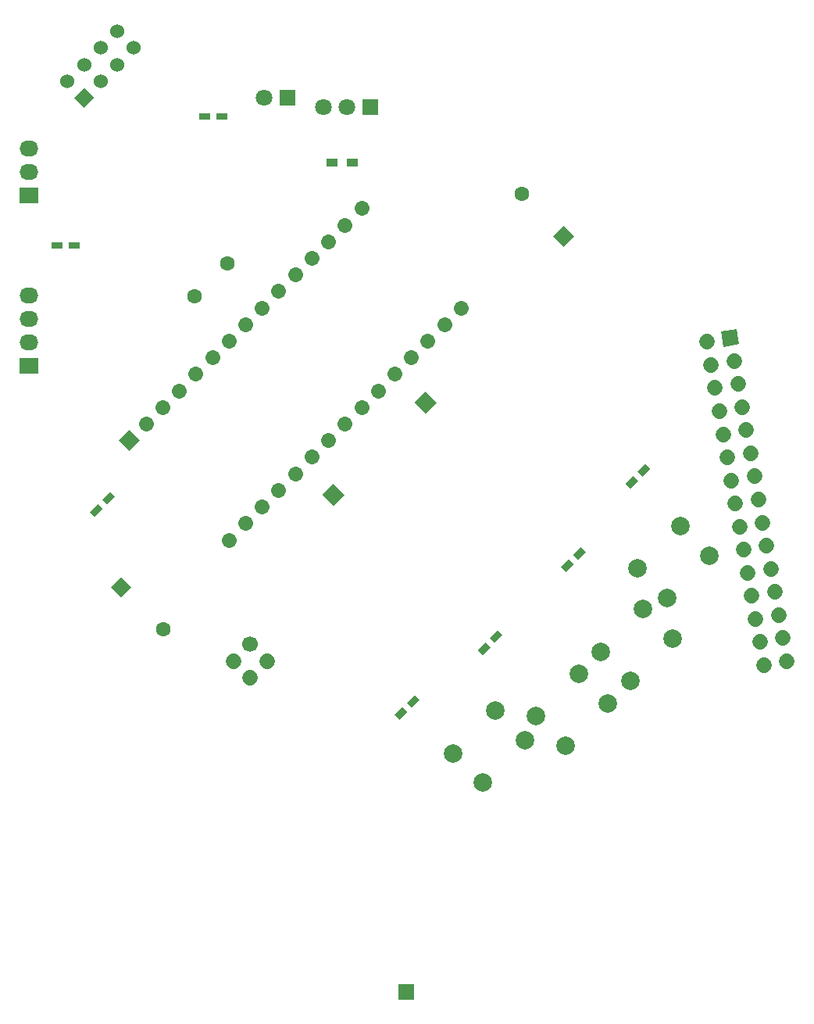
<source format=gbl>
G04 #@! TF.FileFunction,Copper,L2,Bot,Signal*
%FSLAX46Y46*%
G04 Gerber Fmt 4.6, Leading zero omitted, Abs format (unit mm)*
G04 Created by KiCad (PCBNEW 4.0.7) date 06/12/18 02:01:21*
%MOMM*%
%LPD*%
G01*
G04 APERTURE LIST*
%ADD10C,0.100000*%
%ADD11C,1.600000*%
%ADD12R,1.200000X0.750000*%
%ADD13R,1.800000X1.800000*%
%ADD14C,1.800000*%
%ADD15C,1.700000*%
%ADD16R,1.200000X0.900000*%
%ADD17R,2.032000X1.727200*%
%ADD18O,2.032000X1.727200*%
%ADD19C,2.000000*%
%ADD20C,1.524000*%
%ADD21C,1.700000*%
%ADD22R,1.700000X1.700000*%
%ADD23C,1.600000*%
G04 APERTURE END LIST*
D10*
G36*
X64131371Y-28000000D02*
X63000000Y-29131371D01*
X61868629Y-28000000D01*
X63000000Y-26868629D01*
X64131371Y-28000000D01*
X64131371Y-28000000D01*
G37*
D11*
X58403806Y-23403806D03*
D10*
G36*
X13868629Y-66000000D02*
X15000000Y-64868629D01*
X16131371Y-66000000D01*
X15000000Y-67131371D01*
X13868629Y-66000000D01*
X13868629Y-66000000D01*
G37*
D11*
X19596194Y-70596194D03*
D12*
X24050000Y-15000000D03*
X25950000Y-15000000D03*
D10*
G36*
X12169150Y-58361180D02*
X11638820Y-57830850D01*
X12487348Y-56982322D01*
X13017678Y-57512652D01*
X12169150Y-58361180D01*
X12169150Y-58361180D01*
G37*
G36*
X13512652Y-57017678D02*
X12982322Y-56487348D01*
X13830850Y-55638820D01*
X14361180Y-56169150D01*
X13512652Y-57017678D01*
X13512652Y-57017678D01*
G37*
D12*
X8050000Y-29000000D03*
X9950000Y-29000000D03*
D10*
G36*
X45169150Y-80361180D02*
X44638820Y-79830850D01*
X45487348Y-78982322D01*
X46017678Y-79512652D01*
X45169150Y-80361180D01*
X45169150Y-80361180D01*
G37*
G36*
X46512652Y-79017678D02*
X45982322Y-78487348D01*
X46830850Y-77638820D01*
X47361180Y-78169150D01*
X46512652Y-79017678D01*
X46512652Y-79017678D01*
G37*
G36*
X54169150Y-73361180D02*
X53638820Y-72830850D01*
X54487348Y-71982322D01*
X55017678Y-72512652D01*
X54169150Y-73361180D01*
X54169150Y-73361180D01*
G37*
G36*
X55512652Y-72017678D02*
X54982322Y-71487348D01*
X55830850Y-70638820D01*
X56361180Y-71169150D01*
X55512652Y-72017678D01*
X55512652Y-72017678D01*
G37*
G36*
X63169150Y-64361180D02*
X62638820Y-63830850D01*
X63487348Y-62982322D01*
X64017678Y-63512652D01*
X63169150Y-64361180D01*
X63169150Y-64361180D01*
G37*
G36*
X64512652Y-63017678D02*
X63982322Y-62487348D01*
X64830850Y-61638820D01*
X65361180Y-62169150D01*
X64512652Y-63017678D01*
X64512652Y-63017678D01*
G37*
G36*
X70169150Y-55361180D02*
X69638820Y-54830850D01*
X70487348Y-53982322D01*
X71017678Y-54512652D01*
X70169150Y-55361180D01*
X70169150Y-55361180D01*
G37*
G36*
X71512652Y-54017678D02*
X70982322Y-53487348D01*
X71830850Y-52638820D01*
X72361180Y-53169150D01*
X71512652Y-54017678D01*
X71512652Y-54017678D01*
G37*
D13*
X33000000Y-13000000D03*
D14*
X30460000Y-13000000D03*
D10*
G36*
X81689486Y-38015312D02*
X81984688Y-39689486D01*
X80310514Y-39984688D01*
X80015312Y-38310514D01*
X81689486Y-38015312D01*
X81689486Y-38015312D01*
G37*
D15*
X78498588Y-39441066D02*
X78498588Y-39441066D01*
X81441066Y-41501412D02*
X81441066Y-41501412D01*
X78939655Y-41942478D02*
X78939655Y-41942478D01*
X81882133Y-44002823D02*
X81882133Y-44002823D01*
X79380721Y-44443890D02*
X79380721Y-44443890D01*
X82323199Y-46504235D02*
X82323199Y-46504235D01*
X79821787Y-46945301D02*
X79821787Y-46945301D01*
X82764265Y-49005647D02*
X82764265Y-49005647D01*
X80262854Y-49446713D02*
X80262854Y-49446713D01*
X83205332Y-51507058D02*
X83205332Y-51507058D01*
X80703920Y-51948125D02*
X80703920Y-51948125D01*
X83646398Y-54008470D02*
X83646398Y-54008470D01*
X81144987Y-54449537D02*
X81144987Y-54449537D01*
X84087465Y-56509882D02*
X84087465Y-56509882D01*
X81586053Y-56950948D02*
X81586053Y-56950948D01*
X84528531Y-59011294D02*
X84528531Y-59011294D01*
X82027119Y-59452360D02*
X82027119Y-59452360D01*
X84969597Y-61512705D02*
X84969597Y-61512705D01*
X82468186Y-61953772D02*
X82468186Y-61953772D01*
X85410664Y-64014117D02*
X85410664Y-64014117D01*
X82909252Y-64455183D02*
X82909252Y-64455183D01*
X85851730Y-66515529D02*
X85851730Y-66515529D01*
X83350318Y-66956595D02*
X83350318Y-66956595D01*
X86292796Y-69016940D02*
X86292796Y-69016940D01*
X83791385Y-69458007D02*
X83791385Y-69458007D01*
X86733863Y-71518352D02*
X86733863Y-71518352D01*
X84232451Y-71959418D02*
X84232451Y-71959418D01*
X87174929Y-74019764D02*
X87174929Y-74019764D01*
X84673518Y-74460830D02*
X84673518Y-74460830D01*
D16*
X37900000Y-20000000D03*
X40100000Y-20000000D03*
D17*
X5000000Y-23540000D03*
D18*
X5000000Y-21000000D03*
X5000000Y-18460000D03*
D17*
X5024229Y-42060707D03*
D18*
X5024229Y-39520707D03*
X5024229Y-36980707D03*
X5024229Y-34440707D03*
D19*
X54181981Y-87181981D03*
X51000000Y-84000000D03*
X58778175Y-82585786D03*
X55596194Y-79403806D03*
X63181981Y-83181981D03*
X60000000Y-80000000D03*
X67778175Y-78585786D03*
X64596194Y-75403806D03*
X70181981Y-76181981D03*
X67000000Y-73000000D03*
X74778175Y-71585786D03*
X71596194Y-68403806D03*
X74181981Y-67181981D03*
X71000000Y-64000000D03*
X78778175Y-62585786D03*
X75596194Y-59403806D03*
D13*
X42000000Y-14000000D03*
D14*
X39460000Y-14000000D03*
X36920000Y-14000000D03*
D10*
G36*
X12077631Y-13000000D02*
X11000000Y-14077631D01*
X9922369Y-13000000D01*
X11000000Y-11922369D01*
X12077631Y-13000000D01*
X12077631Y-13000000D01*
G37*
D20*
X9203949Y-11203949D03*
X12796051Y-11203949D03*
X11000000Y-9407898D03*
X14592102Y-9407898D03*
X12796051Y-7611846D03*
X16388154Y-7611846D03*
X14592102Y-5815795D03*
D11*
X23000000Y-34500000D03*
X26535534Y-30964466D03*
D10*
G36*
X38000000Y-57202082D02*
X36797918Y-56000000D01*
X38000000Y-54797918D01*
X39202082Y-56000000D01*
X38000000Y-57202082D01*
X38000000Y-57202082D01*
G37*
G36*
X48000000Y-47202082D02*
X46797918Y-46000000D01*
X48000000Y-44797918D01*
X49202082Y-46000000D01*
X48000000Y-47202082D01*
X48000000Y-47202082D01*
G37*
D21*
X29000000Y-72203949D03*
D15*
X30796051Y-74000000D02*
X30796051Y-74000000D01*
X27203949Y-74000000D02*
X27203949Y-74000000D01*
X29000000Y-75796051D02*
X29000000Y-75796051D01*
D22*
X45949331Y-109831598D03*
D10*
G36*
X14768629Y-50100000D02*
X15900000Y-48968629D01*
X17031371Y-50100000D01*
X15900000Y-51231371D01*
X14768629Y-50100000D01*
X14768629Y-50100000D01*
G37*
D23*
X50024973Y-37527641D02*
X50024973Y-37527641D01*
X17696051Y-48303949D02*
X17696051Y-48303949D01*
X48228922Y-39323693D02*
X48228922Y-39323693D01*
X19492102Y-46507898D02*
X19492102Y-46507898D01*
X46432871Y-41119744D02*
X46432871Y-41119744D01*
X21288154Y-44711846D02*
X21288154Y-44711846D01*
X44636820Y-42915795D02*
X44636820Y-42915795D01*
X23084205Y-42915795D02*
X23084205Y-42915795D01*
X42840768Y-44711846D02*
X42840768Y-44711846D01*
X24880256Y-41119744D02*
X24880256Y-41119744D01*
X41044717Y-46507898D02*
X41044717Y-46507898D01*
X26676307Y-39323693D02*
X26676307Y-39323693D01*
X39248666Y-48303949D02*
X39248666Y-48303949D01*
X28472359Y-37527641D02*
X28472359Y-37527641D01*
X37452615Y-50100000D02*
X37452615Y-50100000D01*
X30268410Y-35731590D02*
X30268410Y-35731590D01*
X35656563Y-51896051D02*
X35656563Y-51896051D01*
X32064461Y-33935539D02*
X32064461Y-33935539D01*
X33860512Y-53692102D02*
X33860512Y-53692102D01*
X33860512Y-32139488D02*
X33860512Y-32139488D01*
X32064461Y-55488154D02*
X32064461Y-55488154D01*
X35656563Y-30343437D02*
X35656563Y-30343437D01*
X30268410Y-57284205D02*
X30268410Y-57284205D01*
X37452615Y-28547385D02*
X37452615Y-28547385D01*
X28472359Y-59080256D02*
X28472359Y-59080256D01*
X39248666Y-26751334D02*
X39248666Y-26751334D01*
X26676307Y-60876307D02*
X26676307Y-60876307D01*
X41044717Y-24955283D02*
X41044717Y-24955283D01*
X51821024Y-35731590D02*
X51821024Y-35731590D01*
M02*

</source>
